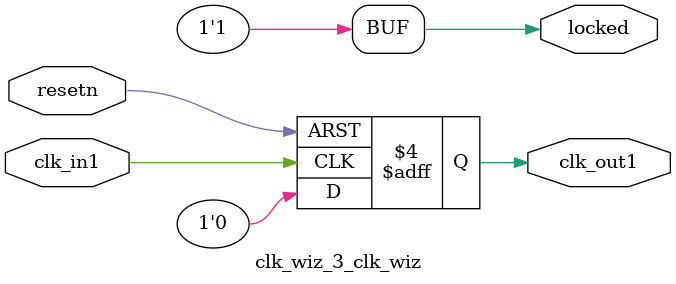
<source format=sv>

`timescale 1ps/1ps

module clk_wiz_3_clk_wiz 
        (
          input  logic  clk_in1
        , input  logic  resetn

        , output logic  clk_out1
        , output logic  locked
        );
    
    logic clk_out1_next;

    assign clk_out1_next = ~clk_out1;
    assign locked = 1'b1;  // Behavioral, we are always locked

    always @ (posedge clk_in1 or negedge resetn) begin
        if (~resetn) begin
            clk_out1 <= 1'b0;
        end
        else begin
                  clk_out1 <= 1'b1;
            #25.5 clk_out1 <= 1'b0;
            #25.5 clk_out1 <= 1'b1;
            #25.5 clk_out1 <= 1'b0;
        end
    end
    
endmodule
</source>
